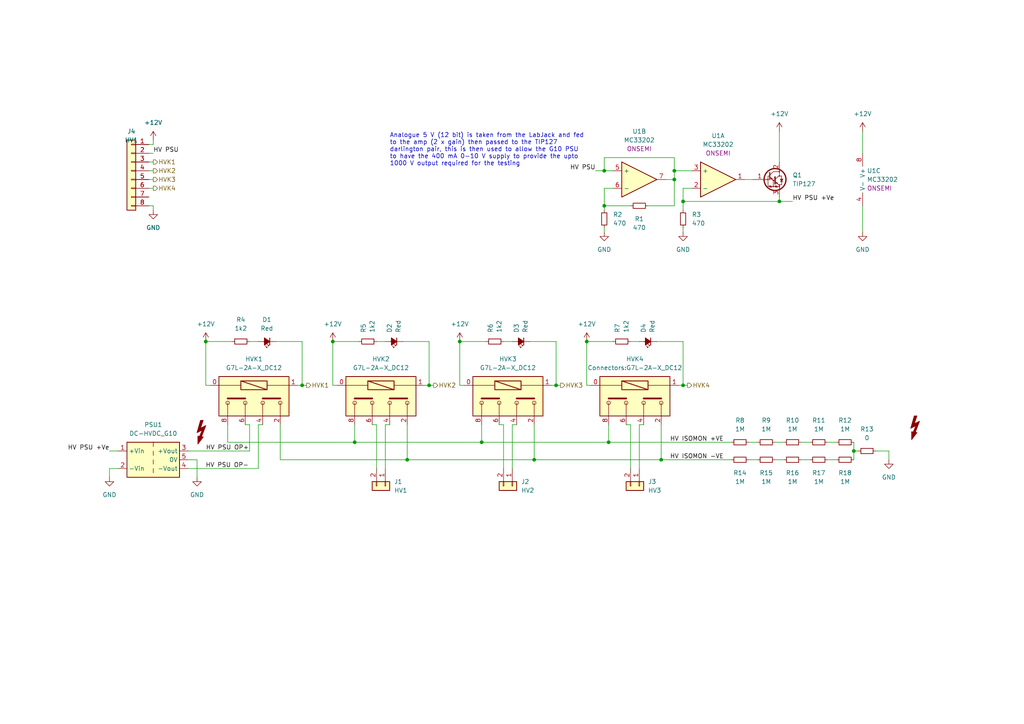
<source format=kicad_sch>
(kicad_sch (version 20211123) (generator eeschema)
  (paper "A4")
  (lib_symbols
    (symbol "Connector_Generic:Conn_01x02" (pin_names (offset 1.016) hide)
      (property "Reference" "J" (at 0 2.54 0))
      (property "Value" "Conn_01x02" (at 0 -5.08 0))
      (symbol "Conn_01x02_1_1"
        (rectangle (start -1.27 -2.413) (end 0 -2.667) (stroke (width 0.1524)))
        (rectangle (start -1.27 0.127) (end 0 -0.127) (stroke (width 0.1524)))
        (rectangle (start -1.27 1.27) (end 1.27 -3.81) (stroke (width 0.254)) (fill (type background)))
        (pin passive line (at -5.08 0 0) (length 3.81) (name "Pin_1") (number "1"))
        (pin passive line (at -5.08 -2.54 0) (length 3.81) (name "Pin_2") (number "2"))
      )
    )
    (symbol "Connector_Generic:Conn_01x08" (pin_names (offset 1.016) hide)
      (property "Reference" "J" (at 0 10.16 0))
      (property "Value" "Conn_01x08" (at 0 -12.7 0))
      (symbol "Conn_01x08_1_1"
        (rectangle (start -1.27 -10.033) (end 0 -10.287) (stroke (width 0.1524)))
        (rectangle (start -1.27 -7.493) (end 0 -7.747) (stroke (width 0.1524)))
        (rectangle (start -1.27 -4.953) (end 0 -5.207) (stroke (width 0.1524)))
        (rectangle (start -1.27 -2.413) (end 0 -2.667) (stroke (width 0.1524)))
        (rectangle (start -1.27 0.127) (end 0 -0.127) (stroke (width 0.1524)))
        (rectangle (start -1.27 2.667) (end 0 2.413) (stroke (width 0.1524)))
        (rectangle (start -1.27 5.207) (end 0 4.953) (stroke (width 0.1524)))
        (rectangle (start -1.27 7.747) (end 0 7.493) (stroke (width 0.1524)))
        (rectangle (start -1.27 8.89) (end 1.27 -11.43) (stroke (width 0.254)) (fill (type background)))
        (pin passive line (at -5.08 7.62 0) (length 3.81) (name "Pin_1") (number "1"))
        (pin passive line (at -5.08 5.08 0) (length 3.81) (name "Pin_2") (number "2"))
        (pin passive line (at -5.08 2.54 0) (length 3.81) (name "Pin_3") (number "3"))
        (pin passive line (at -5.08 0 0) (length 3.81) (name "Pin_4") (number "4"))
        (pin passive line (at -5.08 -2.54 0) (length 3.81) (name "Pin_5") (number "5"))
        (pin passive line (at -5.08 -5.08 0) (length 3.81) (name "Pin_6") (number "6"))
        (pin passive line (at -5.08 -7.62 0) (length 3.81) (name "Pin_7") (number "7"))
        (pin passive line (at -5.08 -10.16 0) (length 3.81) (name "Pin_8") (number "8"))
      )
    )
    (symbol "Device:LED_Small_Filled" (pin_numbers hide) (pin_names (offset 0.254) hide)
      (property "Reference" "D" (at -1.27 3.175 0))
      (property "Value" "LED_Small_Filled" (at -4.445 -2.54 0))
      (symbol "LED_Small_Filled_0_1"
        (polyline (pts (xy -0.762 -1.016) (xy -0.762 1.016)) (stroke (width 0.254)))
        (polyline (pts (xy 1.016 0) (xy -0.762 0)))
        (polyline (pts (xy 0.762 -1.016) (xy -0.762 0) (xy 0.762 1.016) (xy 0.762 -1.016)) (stroke (width 0.254)) (fill (type outline)))
        (polyline (pts (xy 0 0.762) (xy -0.508 1.27) (xy -0.254 1.27) (xy -0.508 1.27) (xy -0.508 1.016)))
        (polyline (pts (xy 0.508 1.27) (xy 0 1.778) (xy 0.254 1.778) (xy 0 1.778) (xy 0 1.524)))
      )
      (symbol "LED_Small_Filled_1_1"
        (pin passive line (at -2.54 0 0) (length 1.778) (name "K") (number "1"))
        (pin passive line (at 2.54 0 180) (length 1.778) (name "A") (number "2"))
      )
    )
    (symbol "Device:R_Small" (pin_numbers hide) (pin_names (offset 0.254) hide)
      (property "Reference" "R" (at 0.762 0.508 0))
      (property "Value" "R_Small" (at 0.762 -1.016 0))
      (symbol "R_Small_0_1"
        (rectangle (start -0.762 1.778) (end 0.762 -1.778) (stroke (width 0.2032)))
      )
      (symbol "R_Small_1_1"
        (pin passive line (at 0 2.54 270) (length 0.762) (name "~") (number "1"))
        (pin passive line (at 0 -2.54 90) (length 0.762) (name "~") (number "2"))
      )
    )
    (symbol "G2RL-2-ADC-DC12:DC-HVDC_G10"
      (property "Reference" "PSU" (at 0 3.81 0))
      (property "Value" "DC-HVDC_G10" (at 0 -10.16 0))
      (symbol "DC-HVDC_G10_0_0"
        (pin power_in line (at -10.16 0 0) (length 2.54) (name "+Vin") (number "1"))
        (pin power_in line (at -10.16 -5.08 0) (length 2.54) (name "-Vin") (number "2"))
        (pin power_out line (at 10.16 0 180) (length 2.54) (name "+Vout") (number "3"))
        (pin power_out line (at 10.16 -5.08 180) (length 2.54) (name "-Vout") (number "4"))
        (pin power_out line (at 10.16 -2.54 180) (length 2.54) (name "0V") (number "5"))
      )
      (symbol "DC-HVDC_G10_0_1"
        (rectangle (start -7.62 2.54) (end 7.62 -7.62) (stroke (width 0.254)) (fill (type background)))
        (polyline (pts (xy 0 -5.08) (xy 0 -6.35)))
        (polyline (pts (xy 0 -2.54) (xy 0 -3.81)))
        (polyline (pts (xy 0 0) (xy 0 -1.27)))
        (polyline (pts (xy 0 2.54) (xy 0 1.27)))
      )
    )
    (symbol "G2RL-2-ADC-DC12:G7L-2A-X_DC12"
      (property "Reference" "HVK" (at 0 11.43 0))
      (property "Value" "G7L-2A-X_DC12" (at 0 8.89 0))
      (symbol "G7L-2A-X_DC12_0_1"
        (rectangle (start -10.16 6.35) (end 10.16 -5.08) (stroke (width 0.254)) (fill (type background)))
        (circle (center -7.62 -1.27) (radius 0.508))
        (rectangle (start -3.81 5.08) (end 3.81 2.54) (stroke (width 0.254)))
        (circle (center -2.54 -1.27) (radius 0.508))
        (polyline (pts (xy -10.16 3.81) (xy -3.81 3.81)))
        (polyline (pts (xy -7.62 -5.08) (xy -7.62 -1.27)))
        (polyline (pts (xy -2.54 -5.08) (xy -2.54 -1.27)))
        (polyline (pts (xy -2.54 0) (xy -7.62 0)) (stroke (width 0.508)))
        (polyline (pts (xy 2.54 -5.08) (xy 2.54 -1.27)))
        (polyline (pts (xy 3.81 2.54) (xy -3.81 5.08)) (stroke (width 0.254)))
        (polyline (pts (xy 7.62 -5.08) (xy 7.62 -1.27)))
        (polyline (pts (xy 7.62 0) (xy 2.54 0)) (stroke (width 0.508)))
        (polyline (pts (xy 10.16 3.81) (xy 3.81 3.81)))
        (circle (center 2.54 -1.27) (radius 0.508))
        (circle (center 7.62 -1.27) (radius 0.508))
      )
      (symbol "G7L-2A-X_DC12_1_1"
        (pin passive line (at -12.7 3.81 0) (length 2.54) (name "~") (number "0"))
        (pin passive line (at 12.7 3.81 180) (length 2.54) (name "~") (number "1"))
        (pin passive line (at 7.62 -7.62 90) (length 2.54) (name "") (number "2"))
        (pin passive line (at 2.54 -7.62 90) (length 2.54) (name "~") (number "4"))
        (pin passive line (at -2.54 -7.62 90) (length 2.54) (name "~") (number "6"))
        (pin passive line (at -7.62 -7.62 90) (length 2.54) (name "") (number "8"))
      )
    )
    (symbol "G2RL-2-ADC-DC12:MC33202"
      (property "Reference" "U" (at 0 5.08 0))
      (property "Value" "MC33202" (at 0 -5.08 0))
      (property "Manufacturer #" "ONSEMI" (at 0 0 0))
      (symbol "MC33202_1_1"
        (polyline (pts (xy -5.08 5.08) (xy 5.08 0) (xy -5.08 -5.08) (xy -5.08 5.08)) (stroke (width 0.254)) (fill (type background)))
        (pin output line (at 7.62 0 180) (length 2.54) (name "~") (number "1"))
        (pin input line (at -7.62 -2.54 0) (length 2.54) (name "-") (number "2"))
        (pin input line (at -7.62 2.54 0) (length 2.54) (name "+") (number "3"))
      )
      (symbol "MC33202_2_1"
        (polyline (pts (xy -5.08 5.08) (xy 5.08 0) (xy -5.08 -5.08) (xy -5.08 5.08)) (stroke (width 0.254)) (fill (type background)))
        (pin input line (at -7.62 2.54 0) (length 2.54) (name "+") (number "5"))
        (pin input line (at -7.62 -2.54 0) (length 2.54) (name "-") (number "6"))
        (pin output line (at 7.62 0 180) (length 2.54) (name "~") (number "7"))
      )
      (symbol "MC33202_3_1"
        (pin power_in line (at -2.54 -7.62 90) (length 3.81) (name "V-") (number "4"))
        (pin power_in line (at -2.54 7.62 270) (length 3.81) (name "V+") (number "8"))
      )
    )
    (symbol "Graphic:SYM_Flash_Small" (pin_names (offset 1.016))
      (symbol "SYM_Flash_Small_0_1"
        (polyline (pts (xy 0.508 -1.016) (xy -1.016 -0.762) (xy -1.016 -3.048) (xy 0.508 -1.016)) (stroke (width 0.2032)) (fill (type outline)))
        (polyline (pts (xy -0.254 3.81) (xy 0.508 3.81) (xy -0.254 1.524) (xy 1.27 2.286) (xy 0 -1.016) (xy -0.508 -0.762) (xy 0.254 1.016) (xy -1.27 0.254) (xy -0.254 3.81)) (stroke (width 0.2032)) (fill (type outline)))
      )
    )
    (symbol "Transistor_BJT:TIP127" (pin_names (offset 0) hide)
      (property "Reference" "Q" (at 5.08 1.905 0))
      (property "Value" "TIP127" (at 5.08 0 0))
      (symbol "TIP127_0_1"
        (circle (center -0.762 0) (radius 0.127))
        (polyline (pts (xy -1.27 0) (xy -0.889 0)))
        (polyline (pts (xy 2.54 -2.032) (xy 2.54 -2.54)))
        (polyline (pts (xy 2.54 -1.524) (xy 3.175 -1.524)))
        (polyline (pts (xy 2.794 -0.635) (xy 3.556 -0.635)))
        (polyline (pts (xy 3.175 -1.524) (xy 3.175 -0.635)))
        (polyline (pts (xy 3.175 0.127) (xy 3.175 1.016)))
        (polyline (pts (xy 3.175 1.016) (xy 2.54 1.016)))
        (polyline (pts (xy -0.254 0.762) (xy 0.762 -0.254) (xy 1.27 -0.254)))
        (polyline (pts (xy -0.254 1.016) (xy -0.762 1.016) (xy -0.762 -2.032)))
        (polyline (pts (xy -0.254 1.27) (xy 0.762 2.286) (xy 2.54 2.286)))
        (polyline (pts (xy -0.254 2.032) (xy -0.254 0) (xy -0.254 0)) (stroke (width 0.3048)))
        (polyline (pts (xy 1.27 0.762) (xy 1.27 -1.27) (xy 1.27 -1.27)) (stroke (width 0.381)))
        (polyline (pts (xy 0 0.508) (xy 0.254 0) (xy 0.508 0.254) (xy 0 0.508)))
        (polyline (pts (xy 1.27 -0.508) (xy 2.286 -1.524) (xy 2.54 -1.524) (xy 2.54 -2.032)))
        (polyline (pts (xy 1.27 0) (xy 2.286 1.016) (xy 2.54 1.016) (xy 2.54 2.286)))
        (polyline (pts (xy 1.524 -0.762) (xy 1.778 -1.27) (xy 2.032 -1.016) (xy 1.524 -0.762)))
        (polyline (pts (xy 3.175 -0.635) (xy 2.794 0.127) (xy 3.556 0.127) (xy 3.175 -0.635)) (fill (type outline)))
        (polyline (pts (xy 0.762 -2.032) (xy 0.381 -2.032) (xy 0.254 -2.286) (xy 0.127 -1.778) (xy 0 -2.286) (xy -0.127 -1.778) (xy -0.254 -2.286) (xy -0.381 -1.778) (xy -0.508 -2.032) (xy -0.762 -2.032)))
        (polyline (pts (xy 0.762 -0.254) (xy 0.762 -2.032) (xy 1.143 -2.032) (xy 1.27 -1.778) (xy 1.397 -2.286) (xy 1.524 -1.778) (xy 1.651 -2.286) (xy 1.778 -1.778) (xy 1.905 -2.286) (xy 2.032 -2.032) (xy 2.54 -2.032)))
        (circle (center 0.762 -2.032) (radius 0.127))
        (circle (center 0.762 -0.254) (radius 0.127))
        (circle (center 1.27 0) (radius 3.175) (stroke (width 0.3556)))
        (circle (center 2.54 -2.032) (radius 0.127))
        (circle (center 2.54 -1.524) (radius 0.127))
        (circle (center 2.54 1.016) (radius 0.127))
        (circle (center 2.54 2.286) (radius 0.127))
      )
      (symbol "TIP127_1_1"
        (pin input line (at -5.08 0 0) (length 3.81) (name "B") (number "1"))
        (pin passive line (at 2.54 5.08 270) (length 2.667) (name "C") (number "2"))
        (pin passive line (at 2.54 -5.08 90) (length 2.54) (name "E") (number "3"))
      )
    )
    (symbol "power:+12V" (power) (pin_names (offset 0))
      (property "Value" "+12V" (at 0 3.556 0))
      (symbol "+12V_0_1"
        (polyline (pts (xy -0.762 1.27) (xy 0 2.54)))
        (polyline (pts (xy 0 0) (xy 0 2.54)))
        (polyline (pts (xy 0 2.54) (xy 0.762 1.27)))
      )
      (symbol "+12V_1_1"
        (pin power_in line (at 0 0 90) (length 0) hide (name "+12V") (number "1"))
      )
    )
    (symbol "power:GND" (power) (pin_names (offset 0))
      (property "Value" "GND" (at 0 -3.81 0))
      (symbol "GND_0_1"
        (polyline (pts (xy 0 0) (xy 0 -1.27) (xy 1.27 -1.27) (xy 0 -2.54) (xy -1.27 -1.27) (xy 0 -1.27)))
      )
      (symbol "GND_1_1"
        (pin power_in line (at 0 0 270) (length 0) hide (name "GND") (number "1"))
      )
    )
  )
  (junction (at 226.06 58.42))
  (junction (at 139.7 128.27))
  (junction (at 247.65 130.81))
  (junction (at 124.46 111.76))
  (junction (at 154.94 133.35))
  (junction (at 96.52 99.06))
  (junction (at 195.58 52.07))
  (junction (at 87.63 111.76))
  (junction (at 175.26 59.69))
  (junction (at 175.26 49.53))
  (junction (at 133.35 99.06))
  (junction (at 102.87 128.27))
  (junction (at 59.69 99.06))
  (junction (at 191.77 133.35))
  (junction (at 195.58 49.53))
  (junction (at 198.12 58.42))
  (junction (at 198.12 111.76))
  (junction (at 176.53 128.27))
  (junction (at 161.29 111.76))
  (junction (at 118.11 133.35))
  (junction (at 170.18 99.06))
  (wire (pts (xy 96.52 99.06) (xy 104.14 99.06)))
  (wire (pts (xy 224.79 133.35) (xy 227.33 133.35)))
  (wire (pts (xy 54.61 133.35) (xy 57.15 133.35)))
  (wire (pts (xy 102.87 123.19) (xy 102.87 128.27)))
  (wire (pts (xy 198.12 66.04) (xy 198.12 67.31)))
  (wire (pts (xy 81.28 133.35) (xy 118.11 133.35)))
  (wire (pts (xy 31.75 135.89) (xy 31.75 138.43)))
  (wire (pts (xy 198.12 58.42) (xy 226.06 58.42)))
  (wire (pts (xy 139.7 128.27) (xy 176.53 128.27)))
  (wire (pts (xy 109.22 135.89) (xy 109.22 123.19)))
  (wire (pts (xy 74.93 99.06) (xy 72.39 99.06)))
  (wire (pts (xy 72.39 123.19) (xy 71.12 123.19)))
  (wire (pts (xy 44.45 59.69) (xy 44.45 60.96)))
  (wire (pts (xy 198.12 58.42) (xy 198.12 60.96)))
  (wire (pts (xy 191.77 123.19) (xy 191.77 133.35)))
  (wire (pts (xy 43.18 59.69) (xy 44.45 59.69)))
  (wire (pts (xy 187.96 59.69) (xy 195.58 59.69)))
  (wire (pts (xy 175.26 59.69) (xy 182.88 59.69)))
  (wire (pts (xy 257.81 130.81) (xy 257.81 133.35)))
  (wire (pts (xy 170.18 111.76) (xy 171.45 111.76)))
  (wire (pts (xy 44.45 41.91) (xy 44.45 40.64)))
  (wire (pts (xy 153.67 99.06) (xy 161.29 99.06)))
  (wire (pts (xy 123.19 111.76) (xy 124.46 111.76)))
  (wire (pts (xy 226.06 58.42) (xy 229.87 58.42)))
  (wire (pts (xy 170.18 99.06) (xy 170.18 111.76)))
  (wire (pts (xy 148.59 135.89) (xy 148.59 123.19)))
  (wire (pts (xy 74.93 135.89) (xy 74.93 123.19)))
  (wire (pts (xy 160.02 111.76) (xy 161.29 111.76)))
  (wire (pts (xy 250.19 59.69) (xy 250.19 67.31)))
  (wire (pts (xy 247.65 130.81) (xy 248.92 130.81)))
  (wire (pts (xy 134.62 111.76) (xy 133.35 111.76)))
  (wire (pts (xy 148.59 123.19) (xy 149.86 123.19)))
  (wire (pts (xy 198.12 99.06) (xy 198.12 111.76)))
  (wire (pts (xy 118.11 123.19) (xy 118.11 133.35)))
  (wire (pts (xy 144.78 123.19) (xy 146.05 123.19)))
  (wire (pts (xy 124.46 111.76) (xy 125.73 111.76)))
  (wire (pts (xy 195.58 49.53) (xy 195.58 52.07)))
  (wire (pts (xy 217.17 128.27) (xy 219.71 128.27)))
  (wire (pts (xy 161.29 111.76) (xy 162.56 111.76)))
  (wire (pts (xy 240.03 128.27) (xy 242.57 128.27)))
  (wire (pts (xy 43.18 49.53) (xy 44.45 49.53)))
  (wire (pts (xy 182.88 135.89) (xy 182.88 123.19)))
  (wire (pts (xy 43.18 52.07) (xy 44.45 52.07)))
  (wire (pts (xy 240.03 133.35) (xy 242.57 133.35)))
  (wire (pts (xy 72.39 130.81) (xy 72.39 123.19)))
  (wire (pts (xy 215.9 52.07) (xy 218.44 52.07)))
  (wire (pts (xy 195.58 45.72) (xy 195.58 49.53)))
  (wire (pts (xy 59.69 111.76) (xy 60.96 111.76)))
  (wire (pts (xy 195.58 49.53) (xy 200.66 49.53)))
  (wire (pts (xy 111.76 123.19) (xy 113.03 123.19)))
  (wire (pts (xy 198.12 54.61) (xy 198.12 58.42)))
  (wire (pts (xy 154.94 133.35) (xy 191.77 133.35)))
  (wire (pts (xy 177.8 49.53) (xy 175.26 49.53)))
  (wire (pts (xy 81.28 123.19) (xy 81.28 133.35)))
  (wire (pts (xy 198.12 111.76) (xy 199.39 111.76)))
  (wire (pts (xy 191.77 133.35) (xy 212.09 133.35)))
  (wire (pts (xy 182.88 99.06) (xy 185.42 99.06)))
  (wire (pts (xy 96.52 111.76) (xy 96.52 99.06)))
  (wire (pts (xy 102.87 128.27) (xy 139.7 128.27)))
  (wire (pts (xy 176.53 128.27) (xy 176.53 123.19)))
  (wire (pts (xy 250.19 38.1) (xy 250.19 44.45)))
  (wire (pts (xy 195.58 52.07) (xy 193.04 52.07)))
  (wire (pts (xy 175.26 45.72) (xy 195.58 45.72)))
  (wire (pts (xy 226.06 38.1) (xy 226.06 46.99)))
  (wire (pts (xy 54.61 135.89) (xy 74.93 135.89)))
  (wire (pts (xy 80.01 99.06) (xy 87.63 99.06)))
  (wire (pts (xy 185.42 123.19) (xy 185.42 135.89)))
  (wire (pts (xy 226.06 58.42) (xy 226.06 57.15)))
  (wire (pts (xy 186.69 123.19) (xy 185.42 123.19)))
  (wire (pts (xy 170.18 99.06) (xy 177.8 99.06)))
  (wire (pts (xy 224.79 128.27) (xy 227.33 128.27)))
  (wire (pts (xy 43.18 54.61) (xy 44.45 54.61)))
  (wire (pts (xy 254 130.81) (xy 257.81 130.81)))
  (wire (pts (xy 232.41 133.35) (xy 234.95 133.35)))
  (wire (pts (xy 118.11 133.35) (xy 154.94 133.35)))
  (wire (pts (xy 190.5 99.06) (xy 198.12 99.06)))
  (wire (pts (xy 59.69 99.06) (xy 67.31 99.06)))
  (wire (pts (xy 172.72 49.53) (xy 175.26 49.53)))
  (wire (pts (xy 43.18 46.99) (xy 44.45 46.99)))
  (wire (pts (xy 175.26 49.53) (xy 175.26 45.72)))
  (wire (pts (xy 66.04 123.19) (xy 66.04 128.27)))
  (wire (pts (xy 182.88 123.19) (xy 181.61 123.19)))
  (wire (pts (xy 146.05 99.06) (xy 148.59 99.06)))
  (wire (pts (xy 109.22 123.19) (xy 107.95 123.19)))
  (wire (pts (xy 200.66 54.61) (xy 198.12 54.61)))
  (wire (pts (xy 74.93 123.19) (xy 76.2 123.19)))
  (wire (pts (xy 176.53 128.27) (xy 212.09 128.27)))
  (wire (pts (xy 97.79 111.76) (xy 96.52 111.76)))
  (wire (pts (xy 43.18 41.91) (xy 44.45 41.91)))
  (wire (pts (xy 175.26 54.61) (xy 175.26 59.69)))
  (wire (pts (xy 111.76 135.89) (xy 111.76 123.19)))
  (wire (pts (xy 87.63 99.06) (xy 87.63 111.76)))
  (wire (pts (xy 177.8 54.61) (xy 175.26 54.61)))
  (wire (pts (xy 154.94 123.19) (xy 154.94 133.35)))
  (wire (pts (xy 124.46 99.06) (xy 124.46 111.76)))
  (wire (pts (xy 34.29 135.89) (xy 31.75 135.89)))
  (wire (pts (xy 133.35 99.06) (xy 133.35 111.76)))
  (wire (pts (xy 196.85 111.76) (xy 198.12 111.76)))
  (wire (pts (xy 217.17 133.35) (xy 219.71 133.35)))
  (wire (pts (xy 109.22 99.06) (xy 111.76 99.06)))
  (wire (pts (xy 59.69 99.06) (xy 59.69 111.76)))
  (wire (pts (xy 161.29 99.06) (xy 161.29 111.76)))
  (wire (pts (xy 66.04 128.27) (xy 102.87 128.27)))
  (wire (pts (xy 175.26 59.69) (xy 175.26 60.96)))
  (wire (pts (xy 87.63 111.76) (xy 88.9 111.76)))
  (wire (pts (xy 116.84 99.06) (xy 124.46 99.06)))
  (wire (pts (xy 146.05 123.19) (xy 146.05 135.89)))
  (wire (pts (xy 133.35 99.06) (xy 140.97 99.06)))
  (wire (pts (xy 86.36 111.76) (xy 87.63 111.76)))
  (wire (pts (xy 247.65 128.27) (xy 247.65 130.81)))
  (wire (pts (xy 31.75 130.81) (xy 34.29 130.81)))
  (wire (pts (xy 247.65 130.81) (xy 247.65 133.35)))
  (wire (pts (xy 139.7 123.19) (xy 139.7 128.27)))
  (wire (pts (xy 195.58 59.69) (xy 195.58 52.07)))
  (wire (pts (xy 54.61 130.81) (xy 72.39 130.81)))
  (wire (pts (xy 175.26 66.04) (xy 175.26 67.31)))
  (wire (pts (xy 232.41 128.27) (xy 234.95 128.27)))
  (wire (pts (xy 57.15 133.35) (xy 57.15 138.43)))
  (wire (pts (xy 43.18 44.45) (xy 44.45 44.45)))
  (text "Analogue 5 V (12 bit) is taken from the LabJack and fed \nto the amp (2 x gain) then passed to the TIP127 \ndarlington pair, this is then used to allow the G10 PSU\nto have the 400 mA 0-10 V supply to provide the upto \n1000 V output required for the testing" (at 113.03 48.26 0) (effects (font (size 1.27 1.27)) (justify left bottom)))
  (label "HV PSU" (at 172.72 49.53 180))
  (label "HV PSU OP-" (at 59.6131 135.89 0))
  (label "HV PSU +Ve" (at 229.87 58.42 0))
  (label "HV ISOMON +VE" (at 194.31 128.27 0))
  (label "HV PSU" (at 44.45 44.45 0))
  (label "HV ISOMON -VE" (at 194.31 133.35 0))
  (label "HV PSU +Ve" (at 31.75 130.81 180))
  (label "HV PSU OP+" (at 59.69 130.81 0))
  (hierarchical_label "HVK2" (shape output) (at 44.45 49.53 0))
  (hierarchical_label "HVK3" (shape output) (at 162.56 111.76 0))
  (hierarchical_label "HVK4" (shape output) (at 44.45 54.61 0))
  (hierarchical_label "HVK3" (shape output) (at 44.45 52.07 0))
  (hierarchical_label "HVK1" (shape output) (at 88.9 111.76 0))
  (hierarchical_label "HVK1" (shape output) (at 44.45 46.99 0))
  (hierarchical_label "HVK4" (shape output) (at 199.39 111.76 0))
  (hierarchical_label "HVK2" (shape output) (at 125.73 111.76 0))
  (symbol (lib_id "G2RL-2-ADC-DC12:G7L-2A-X_DC12") (at 184.15 115.57 0) (unit 1)
    (property "Reference" "HVK4" (at 184.15 104.14 0))
    (property "Value" "Connectors{colon}G7L-2A-X_DC12" (at 184.15 106.68 0))
    (property "Footprint" "Connectors:G7L-2A-X_DC12" (effects hide))
    (property "Datasheet" "https://omronfs.omron.com/en_US/ecb/products/pdf/en-g7l_x.pdf" (effects hide))
    (property "Manufacturer" "Omron" (effects hide))
    (property "Manufacturer Part#" "G7L-2A-X_DC12" (effects hide))
    (property "Digikey #" "Z6085-ND" (effects hide))
  )
  (symbol (lib_id "G2RL-2-ADC-DC12:G7L-2A-X_DC12") (at 73.66 115.57 0) (unit 1)
    (property "Reference" "HVK1" (at 73.66 104.14 0))
    (property "Value" "G7L-2A-X_DC12" (at 73.66 106.68 0))
    (property "Footprint" "Connectors:G7L-2A-X_DC12" (effects hide))
    (property "Datasheet" "https://omronfs.omron.com/en_US/ecb/products/pdf/en-g7l_x.pdf" (effects hide))
    (property "Manufacturer" "Omron" (effects hide))
    (property "Manufacturer Part#" "G7L-2A-X_DC12" (effects hide))
    (property "Digikey #" "Z6085-ND" (effects hide))
  )
  (symbol (lib_id "Connector_Generic:Conn_01x02") (at 148.59 140.97 270) (unit 1)
    (property "Reference" "J2" (at 151.13 139.6999 90) (effects (justify left)))
    (property "Value" "HV2" (at 151.13 142.2399 90) (effects (justify left)))
    (property "Footprint" "Connectors:PhoenixContact 1098167" (effects hide))
  )
  (symbol (lib_id "power:GND") (at 250.19 67.31 0) (unit 1)
    (property "Reference" "#PWR0110" (effects hide))
    (property "Value" "GND" (at 250.19 72.39 0))
  )
  (symbol (lib_id "power:GND") (at 175.26 67.31 0) (unit 1)
    (property "Reference" "#PWR0107" (effects hide))
    (property "Value" "GND" (at 175.26 72.39 0))
  )
  (symbol (lib_id "G2RL-2-ADC-DC12:MC33202") (at 185.42 52.07 0) (unit 2)
    (property "Reference" "U1" (at 185.42 38.1 0))
    (property "Value" "MC33202" (at 185.42 40.64 0))
    (property "Datasheet" "https://www.farnell.com/datasheets/1840548.pdf" (effects hide))
    (property "Manufacturer #" "ONSEMI" (at 185.42 43.18 0))
  )
  (symbol (lib_id "Device:R_Small") (at 106.68 99.06 90) (unit 1)
    (property "Reference" "R5" (at 105.4099 96.52 0) (effects (justify left)))
    (property "Value" "1k2" (at 107.9499 96.52 0) (effects (justify left)))
    (property "Footprint" "Resistor_SMD:R_1206_3216Metric_Pad1.30x1.75mm_HandSolder" (effects hide))
    (property "Datasheet" "https://industrial.panasonic.com/ww/products/pt/general-purpose-chip-resistors/models/ERJ6GEYJ681V" (effects hide))
    (property "DigiKey #" "P680ACT-ND" (effects hide))
    (property "Manufacturer #" "ERJ-6GEYJ681V" (effects hide))
    (property "Manufacturer" "Panasonic Electronics Company" (effects hide))
    (property "Farnell #" "2057697" (effects hide))
  )
  (symbol (lib_id "Device:R_Small") (at 214.63 128.27 90) (unit 1)
    (property "Reference" "R8" (at 214.63 121.92 90))
    (property "Value" "1M" (at 214.63 124.46 90))
    (property "Footprint" "Resistor_SMD:R_2010_5025Metric_Pad1.40x2.65mm_HandSolder" (effects hide))
    (property "Datasheet" "https://4donline.ihs.com/images/VipMasterIC/IC/TYEL/TYEL-S-A0005460475/TYEL-S-A0005460475-1.pdf?hkey=52A5661711E402568146F3353EA87419" (effects hide))
    (property "Field4" "CRGP2010F1M0" (effects hide))
    (property "Field5" "TE Connectivity" (effects hide))
    (property "FN#" "2861314" (effects hide))
  )
  (symbol (lib_id "G2RL-2-ADC-DC12:G7L-2A-X_DC12") (at 147.32 115.57 0) (unit 1)
    (property "Reference" "HVK3" (at 147.32 104.14 0))
    (property "Value" "G7L-2A-X_DC12" (at 147.32 106.68 0))
    (property "Footprint" "Connectors:G7L-2A-X_DC12" (effects hide))
    (property "Datasheet" "https://omronfs.omron.com/en_US/ecb/products/pdf/en-g7l_x.pdf" (effects hide))
    (property "Manufacturer" "Omron" (effects hide))
    (property "Manufacturer Part#" "G7L-2A-X_DC12" (effects hide))
    (property "Digikey #" "Z6085-ND" (effects hide))
  )
  (symbol (lib_id "Device:R_Small") (at 245.11 133.35 90) (unit 1)
    (property "Reference" "R18" (at 245.11 137.16 90))
    (property "Value" "1M" (at 245.11 139.7 90))
    (property "Footprint" "Resistor_SMD:R_2010_5025Metric_Pad1.40x2.65mm_HandSolder" (effects hide))
    (property "Datasheet" "https://4donline.ihs.com/images/VipMasterIC/IC/TYEL/TYEL-S-A0005460475/TYEL-S-A0005460475-1.pdf?hkey=52A5661711E402568146F3353EA87419" (effects hide))
    (property "Field4" "CRGP2010F1M0" (effects hide))
    (property "Field5" "TE Connectivity" (effects hide))
    (property "FN#" "2861314" (effects hide))
  )
  (symbol (lib_id "Connector_Generic:Conn_01x02") (at 185.42 140.97 270) (unit 1)
    (property "Reference" "J3" (at 187.96 139.6999 90) (effects (justify left)))
    (property "Value" "HV3" (at 187.96 142.2399 90) (effects (justify left)))
    (property "Footprint" "Connectors:PhoenixContact 1098167" (effects hide))
  )
  (symbol (lib_id "G2RL-2-ADC-DC12:MC33202") (at 208.28 52.07 0) (unit 1)
    (property "Reference" "U1" (at 208.28 39.37 0))
    (property "Value" "MC33202" (at 208.28 41.91 0))
    (property "Datasheet" "https://www.farnell.com/datasheets/1840548.pdf" (effects hide))
    (property "Manufacturer #" "ONSEMI" (at 208.28 44.45 0))
  )
  (symbol (lib_id "Device:LED_Small_Filled") (at 151.13 99.06 180) (unit 1)
    (property "Reference" "D3" (at 149.7964 96.52 90) (effects (justify right)))
    (property "Value" "Red" (at 152.3364 96.52 90) (effects (justify right)))
    (property "Footprint" "Diode_SMD:D_1206_3216Metric_Pad1.42x1.75mm_HandSolder" (effects hide))
    (property "Datasheet" "https://www.we-online.com/katalog/datasheet/150080VS75000.pdf" (effects hide))
    (property "DigiKey #" "732-4986-1-ND" (effects hide))
    (property "Manufacturer #" "150080VS75000" (effects hide))
    (property "Manufacturer" "Würth Elektronik" (effects hide))
    (property "Farnell #" "2322081" (effects hide))
    (property "Mouser #" "710-150080VS75000" (effects hide))
    (property "RS #" "8154237P" (effects hide))
  )
  (symbol (lib_id "Device:R_Small") (at 237.49 133.35 90) (unit 1)
    (property "Reference" "R17" (at 237.49 137.16 90))
    (property "Value" "1M" (at 237.49 139.7 90))
    (property "Footprint" "Resistor_SMD:R_2010_5025Metric_Pad1.40x2.65mm_HandSolder" (effects hide))
    (property "Datasheet" "https://4donline.ihs.com/images/VipMasterIC/IC/TYEL/TYEL-S-A0005460475/TYEL-S-A0005460475-1.pdf?hkey=52A5661711E402568146F3353EA87419" (effects hide))
    (property "Field4" "CRGP2010F1M0" (effects hide))
    (property "Field5" "TE Connectivity" (effects hide))
    (property "FN#" "2861314" (effects hide))
  )
  (symbol (lib_id "Device:R_Small") (at 69.85 99.06 90) (unit 1)
    (property "Reference" "R4" (at 69.85 92.71 90))
    (property "Value" "1k2" (at 69.85 95.25 90))
    (property "Footprint" "Resistor_SMD:R_1206_3216Metric_Pad1.30x1.75mm_HandSolder" (effects hide))
    (property "Datasheet" "https://industrial.panasonic.com/ww/products/pt/general-purpose-chip-resistors/models/ERJ6GEYJ681V" (effects hide))
    (property "DigiKey #" "P680ACT-ND" (effects hide))
    (property "Manufacturer #" "ERJ-6GEYJ681V" (effects hide))
    (property "Manufacturer" "Panasonic Electronics Company" (effects hide))
    (property "Farnell #" "2057697" (effects hide))
  )
  (symbol (lib_id "Graphic:SYM_Flash_Small") (at 265.43 124.46 0) (unit 1)
    (property "Reference" "#SYM1" (effects hide))
    (property "Value" "SYM_Flash_Small" (effects hide))
    (property "Footprint" "Symbol:Symbol_Highvoltage_Type2_CopperTop_Small" (effects hide))
  )
  (symbol (lib_id "power:GND") (at 31.75 138.43 0) (unit 1)
    (property "Reference" "#PWR0101" (effects hide))
    (property "Value" "GND" (at 31.75 143.51 0))
  )
  (symbol (lib_id "Device:LED_Small_Filled") (at 114.3 99.06 180) (unit 1)
    (property "Reference" "D2" (at 112.9664 96.52 90) (effects (justify right)))
    (property "Value" "Red" (at 115.5064 96.52 90) (effects (justify right)))
    (property "Footprint" "Diode_SMD:D_1206_3216Metric_Pad1.42x1.75mm_HandSolder" (effects hide))
    (property "Datasheet" "https://www.we-online.com/katalog/datasheet/150080VS75000.pdf" (effects hide))
    (property "DigiKey #" "732-4986-1-ND" (effects hide))
    (property "Manufacturer #" "150080VS75000" (effects hide))
    (property "Manufacturer" "Würth Elektronik" (effects hide))
    (property "Farnell #" "2322081" (effects hide))
    (property "Mouser #" "710-150080VS75000" (effects hide))
    (property "RS #" "8154237P" (effects hide))
  )
  (symbol (lib_id "Device:R_Small") (at 198.12 63.5 0) (unit 1)
    (property "Reference" "R3" (at 200.66 62.2299 0) (effects (justify left)))
    (property "Value" "470" (at 200.66 64.7699 0) (effects (justify left)))
    (property "Footprint" "Resistor_SMD:R_1206_3216Metric_Pad1.30x1.75mm_HandSolder" (effects hide))
    (property "Datasheet" "https://industrial.panasonic.com/ww/products/pt/general-purpose-chip-resistors/models/ERJ6GEYJ681V" (effects hide))
    (property "Manufacturer" "Panasonic Electronics Company" (effects hide))
  )
  (symbol (lib_id "Device:R_Small") (at 222.25 128.27 90) (unit 1)
    (property "Reference" "R9" (at 222.25 121.92 90))
    (property "Value" "1M" (at 222.25 124.46 90))
    (property "Footprint" "Resistor_SMD:R_2010_5025Metric_Pad1.40x2.65mm_HandSolder" (effects hide))
    (property "Datasheet" "https://4donline.ihs.com/images/VipMasterIC/IC/TYEL/TYEL-S-A0005460475/TYEL-S-A0005460475-1.pdf?hkey=52A5661711E402568146F3353EA87419" (effects hide))
    (property "Field4" "CRGP2010F1M0" (effects hide))
    (property "Field5" "TE Connectivity" (effects hide))
    (property "FN#" "2861314" (effects hide))
  )
  (symbol (lib_id "Device:R_Small") (at 229.87 128.27 90) (unit 1)
    (property "Reference" "R10" (at 229.87 121.92 90))
    (property "Value" "1M" (at 229.87 124.46 90))
    (property "Footprint" "Resistor_SMD:R_2010_5025Metric_Pad1.40x2.65mm_HandSolder" (effects hide))
    (property "Datasheet" "https://4donline.ihs.com/images/VipMasterIC/IC/TYEL/TYEL-S-A0005460475/TYEL-S-A0005460475-1.pdf?hkey=52A5661711E402568146F3353EA87419" (effects hide))
    (property "Field4" "CRGP2010F1M0" (effects hide))
    (property "Field5" "TE Connectivity" (effects hide))
    (property "FN#" "2861314" (effects hide))
  )
  (symbol (lib_id "Device:R_Small") (at 185.42 59.69 90) (unit 1)
    (property "Reference" "R1" (at 185.42 63.5 90))
    (property "Value" "470" (at 185.42 66.04 90))
    (property "Footprint" "Resistor_SMD:R_1206_3216Metric_Pad1.30x1.75mm_HandSolder" (effects hide))
    (property "Datasheet" "https://industrial.panasonic.com/ww/products/pt/general-purpose-chip-resistors/models/ERJ6GEYJ681V" (effects hide))
    (property "Manufacturer" "Panasonic Electronics Company" (effects hide))
  )
  (symbol (lib_id "power:+12V") (at 226.06 38.1 0) (unit 1)
    (property "Reference" "#PWR0109" (effects hide))
    (property "Value" "+12V" (at 226.06 33.02 0))
  )
  (symbol (lib_id "G2RL-2-ADC-DC12:MC33202") (at 252.73 52.07 0) (unit 3)
    (property "Reference" "U1" (at 251.46 49.5299 0) (effects (justify left)))
    (property "Value" "MC33202" (at 251.46 52.0699 0) (effects (justify left)))
    (property "Datasheet" "https://www.farnell.com/datasheets/1840548.pdf" (effects hide))
    (property "Manufacturer #" "ONSEMI" (at 251.46 54.6099 0) (effects (justify left)))
  )
  (symbol (lib_id "Connector_Generic:Conn_01x02") (at 111.76 140.97 270) (unit 1)
    (property "Reference" "J1" (at 114.3 139.6999 90) (effects (justify left)))
    (property "Value" "HV1" (at 114.3 142.2399 90) (effects (justify left)))
    (property "Footprint" "Connectors:PhoenixContact 1098167" (effects hide))
  )
  (symbol (lib_id "power:+12V") (at 133.35 99.06 0) (unit 1)
    (property "Reference" "#PWR0106" (effects hide))
    (property "Value" "+12V" (at 133.35 93.98 0))
  )
  (symbol (lib_id "Device:R_Small") (at 143.51 99.06 90) (unit 1)
    (property "Reference" "R6" (at 142.2399 96.52 0) (effects (justify left)))
    (property "Value" "1k2" (at 144.7799 96.52 0) (effects (justify left)))
    (property "Footprint" "Resistor_SMD:R_1206_3216Metric_Pad1.30x1.75mm_HandSolder" (effects hide))
    (property "Datasheet" "https://industrial.panasonic.com/ww/products/pt/general-purpose-chip-resistors/models/ERJ6GEYJ681V" (effects hide))
    (property "DigiKey #" "P680ACT-ND" (effects hide))
    (property "Manufacturer #" "ERJ-6GEYJ681V" (effects hide))
    (property "Manufacturer" "Panasonic Electronics Company" (effects hide))
    (property "Farnell #" "2057697" (effects hide))
  )
  (symbol (lib_id "Device:LED_Small_Filled") (at 187.96 99.06 180) (unit 1)
    (property "Reference" "D4" (at 186.6264 96.52 90) (effects (justify right)))
    (property "Value" "Red" (at 189.1664 96.52 90) (effects (justify right)))
    (property "Footprint" "Diode_SMD:D_1206_3216Metric_Pad1.42x1.75mm_HandSolder" (effects hide))
    (property "Datasheet" "https://www.we-online.com/katalog/datasheet/150080VS75000.pdf" (effects hide))
    (property "DigiKey #" "732-4986-1-ND" (effects hide))
    (property "Manufacturer #" "150080VS75000" (effects hide))
    (property "Manufacturer" "Würth Elektronik" (effects hide))
    (property "Farnell #" "2322081" (effects hide))
    (property "Mouser #" "710-150080VS75000" (effects hide))
    (property "RS #" "8154237P" (effects hide))
  )
  (symbol (lib_id "Device:R_Small") (at 251.46 130.81 90) (unit 1)
    (property "Reference" "R13" (at 251.46 124.46 90))
    (property "Value" "0" (at 251.46 127 90))
    (property "Footprint" "Resistor_SMD:R_2010_5025Metric_Pad1.40x2.65mm_HandSolder" (effects hide))
    (property "Datasheet" "https://4donline.ihs.com/images/VipMasterIC/IC/TYEL/TYEL-S-A0005460475/TYEL-S-A0005460475-1.pdf?hkey=52A5661711E402568146F3353EA87419" (effects hide))
    (property "Field4" "CRGP2010F1M0" (effects hide))
    (property "Field5" "TE Connectivity" (effects hide))
    (property "FN#" "2861314" (effects hide))
  )
  (symbol (lib_id "Device:R_Small") (at 229.87 133.35 90) (unit 1)
    (property "Reference" "R16" (at 229.87 137.16 90))
    (property "Value" "1M" (at 229.87 139.7 90))
    (property "Footprint" "Resistor_SMD:R_2010_5025Metric_Pad1.40x2.65mm_HandSolder" (effects hide))
    (property "Datasheet" "https://4donline.ihs.com/images/VipMasterIC/IC/TYEL/TYEL-S-A0005460475/TYEL-S-A0005460475-1.pdf?hkey=52A5661711E402568146F3353EA87419" (effects hide))
    (property "Field4" "CRGP2010F1M0" (effects hide))
    (property "Field5" "TE Connectivity" (effects hide))
    (property "FN#" "2861314" (effects hide))
  )
  (symbol (lib_id "Connector_Generic:Conn_01x08") (at 38.1 49.53 0) (mirror y) (unit 1)
    (property "Reference" "J4" (at 38.1 38.1 0))
    (property "Value" "HV1" (at 38.1 40.64 0))
    (property "Footprint" "Connectors:PhoenixContact 1098167" (effects hide))
  )
  (symbol (lib_id "Device:R_Small") (at 245.11 128.27 90) (unit 1)
    (property "Reference" "R12" (at 245.11 121.92 90))
    (property "Value" "1M" (at 245.11 124.46 90))
    (property "Footprint" "Resistor_SMD:R_2010_5025Metric_Pad1.40x2.65mm_HandSolder" (effects hide))
    (property "Datasheet" "https://4donline.ihs.com/images/VipMasterIC/IC/TYEL/TYEL-S-A0005460475/TYEL-S-A0005460475-1.pdf?hkey=52A5661711E402568146F3353EA87419" (effects hide))
    (property "Field4" "CRGP2010F1M0" (effects hide))
    (property "Field5" "TE Connectivity" (effects hide))
    (property "FN#" "2861314" (effects hide))
  )
  (symbol (lib_id "Device:R_Small") (at 180.34 99.06 90) (unit 1)
    (property "Reference" "R7" (at 179.0699 96.52 0) (effects (justify left)))
    (property "Value" "1k2" (at 181.6099 96.52 0) (effects (justify left)))
    (property "Footprint" "Resistor_SMD:R_1206_3216Metric_Pad1.30x1.75mm_HandSolder" (effects hide))
    (property "Datasheet" "https://industrial.panasonic.com/ww/products/pt/general-purpose-chip-resistors/models/ERJ6GEYJ681V" (effects hide))
    (property "DigiKey #" "P680ACT-ND" (effects hide))
    (property "Manufacturer #" "ERJ-6GEYJ681V" (effects hide))
    (property "Manufacturer" "Panasonic Electronics Company" (effects hide))
    (property "Farnell #" "2057697" (effects hide))
  )
  (symbol (lib_id "power:+12V") (at 44.45 40.64 0) (unit 1)
    (property "Reference" "#PWR0113" (effects hide))
    (property "Value" "+12V" (at 44.45 35.56 0))
  )
  (symbol (lib_id "Device:LED_Small_Filled") (at 77.47 99.06 180) (unit 1)
    (property "Reference" "D1" (at 77.4065 92.71 0))
    (property "Value" "Red" (at 77.4065 95.25 0))
    (property "Footprint" "Diode_SMD:D_1206_3216Metric_Pad1.42x1.75mm_HandSolder" (effects hide))
    (property "Datasheet" "https://www.we-online.com/katalog/datasheet/150080VS75000.pdf" (effects hide))
    (property "DigiKey #" "732-4986-1-ND" (effects hide))
    (property "Manufacturer #" "150080VS75000" (effects hide))
    (property "Manufacturer" "Würth Elektronik" (effects hide))
    (property "Farnell #" "2322081" (effects hide))
    (property "Mouser #" "710-150080VS75000" (effects hide))
    (property "RS #" "8154237P" (effects hide))
  )
  (symbol (lib_id "power:+12V") (at 96.52 99.06 0) (unit 1)
    (property "Reference" "#PWR0103" (effects hide))
    (property "Value" "+12V" (at 96.52 93.98 0))
  )
  (symbol (lib_id "power:+12V") (at 170.18 99.06 0) (unit 1)
    (property "Reference" "#PWR0105" (effects hide))
    (property "Value" "+12V" (at 170.18 93.98 0))
  )
  (symbol (lib_id "Transistor_BJT:TIP127") (at 223.52 52.07 0) (unit 1)
    (property "Reference" "Q1" (at 229.87 50.7999 0) (effects (justify left)))
    (property "Value" "TIP127" (at 229.87 53.3399 0) (effects (justify left)))
    (property "Footprint" "Package_TO_SOT_THT:TO-220-3_Vertical" (effects hide))
    (property "Datasheet" "https://www.onsemi.com/pub/Collateral/TIP120-D.PDF" (effects hide))
  )
  (symbol (lib_id "Device:R_Small") (at 222.25 133.35 90) (unit 1)
    (property "Reference" "R15" (at 222.25 137.16 90))
    (property "Value" "1M" (at 222.25 139.7 90))
    (property "Footprint" "Resistor_SMD:R_2010_5025Metric_Pad1.40x2.65mm_HandSolder" (effects hide))
    (property "Datasheet" "https://4donline.ihs.com/images/VipMasterIC/IC/TYEL/TYEL-S-A0005460475/TYEL-S-A0005460475-1.pdf?hkey=52A5661711E402568146F3353EA87419" (effects hide))
    (property "Field4" "CRGP2010F1M0" (effects hide))
    (property "Field5" "TE Connectivity" (effects hide))
    (property "FN#" "2861314" (effects hide))
  )
  (symbol (lib_id "Device:R_Small") (at 237.49 128.27 90) (unit 1)
    (property "Reference" "R11" (at 237.49 121.92 90))
    (property "Value" "1M" (at 237.49 124.46 90))
    (property "Footprint" "Resistor_SMD:R_2010_5025Metric_Pad1.40x2.65mm_HandSolder" (effects hide))
    (property "Datasheet" "https://4donline.ihs.com/images/VipMasterIC/IC/TYEL/TYEL-S-A0005460475/TYEL-S-A0005460475-1.pdf?hkey=52A5661711E402568146F3353EA87419" (effects hide))
    (property "Field4" "CRGP2010F1M0" (effects hide))
    (property "Field5" "TE Connectivity" (effects hide))
    (property "FN#" "2861314" (effects hide))
  )
  (symbol (lib_id "power:GND") (at 57.15 138.43 0) (unit 1)
    (property "Reference" "#PWR0102" (effects hide))
    (property "Value" "GND" (at 57.15 143.51 0))
  )
  (symbol (lib_id "Device:R_Small") (at 214.63 133.35 90) (unit 1)
    (property "Reference" "R14" (at 214.63 137.16 90))
    (property "Value" "1M" (at 214.63 139.7 90))
    (property "Footprint" "Resistor_SMD:R_2010_5025Metric_Pad1.40x2.65mm_HandSolder" (effects hide))
    (property "Datasheet" "https://4donline.ihs.com/images/VipMasterIC/IC/TYEL/TYEL-S-A0005460475/TYEL-S-A0005460475-1.pdf?hkey=52A5661711E402568146F3353EA87419" (effects hide))
    (property "Field4" "CRGP2010F1M0" (effects hide))
    (property "Field5" "TE Connectivity" (effects hide))
    (property "FN#" "2861314" (effects hide))
  )
  (symbol (lib_id "power:GND") (at 44.45 60.96 0) (unit 1)
    (property "Reference" "#PWR0114" (effects hide))
    (property "Value" "GND" (at 44.45 66.04 0))
  )
  (symbol (lib_id "Device:R_Small") (at 175.26 63.5 0) (unit 1)
    (property "Reference" "R2" (at 177.8 62.2299 0) (effects (justify left)))
    (property "Value" "470" (at 177.8 64.7699 0) (effects (justify left)))
    (property "Footprint" "Resistor_SMD:R_1206_3216Metric_Pad1.30x1.75mm_HandSolder" (effects hide))
    (property "Datasheet" "https://industrial.panasonic.com/ww/products/pt/general-purpose-chip-resistors/models/ERJ6GEYJ681V" (effects hide))
    (property "Manufacturer" "Panasonic Electronics Company" (effects hide))
  )
  (symbol (lib_id "power:GND") (at 257.81 133.35 0) (unit 1)
    (property "Reference" "#PWR0108" (effects hide))
    (property "Value" "GND" (at 257.81 138.43 0))
  )
  (symbol (lib_id "G2RL-2-ADC-DC12:G7L-2A-X_DC12") (at 110.49 115.57 0) (unit 1)
    (property "Reference" "HVK2" (at 110.49 104.14 0))
    (property "Value" "G7L-2A-X_DC12" (at 110.49 106.68 0))
    (property "Footprint" "Connectors:G7L-2A-X_DC12" (effects hide))
    (property "Datasheet" "https://omronfs.omron.com/en_US/ecb/products/pdf/en-g7l_x.pdf" (effects hide))
    (property "Manufacturer" "Omron" (effects hide))
    (property "Manufacturer Part#" "G7L-2A-X_DC12" (effects hide))
    (property "Digikey #" "Z6085-ND" (effects hide))
  )
  (symbol (lib_id "power:GND") (at 198.12 67.31 0) (unit 1)
    (property "Reference" "#PWR0112" (effects hide))
    (property "Value" "GND" (at 198.12 72.39 0))
  )
  (symbol (lib_id "Graphic:SYM_Flash_Small") (at 58.42 125.73 0) (unit 1)
    (property "Reference" "#SYM2" (effects hide))
    (property "Value" "SYM_Flash_Small" (effects hide))
    (property "Footprint" "Symbol:Symbol_Highvoltage_Type2_CopperTop_Small" (effects hide))
  )
  (symbol (lib_id "G2RL-2-ADC-DC12:DC-HVDC_G10") (at 44.45 130.81 0) (unit 1)
    (property "Reference" "PSU1" (at 44.45 123.19 0))
    (property "Value" "DC-HVDC_G10" (at 44.45 125.73 0))
    (property "Footprint" "Connectors:DC-HVDC Converter G10" (effects hide))
    (property "Datasheet" "https://www.farnell.com/datasheets/3210194.pdf" (effects hide))
    (property "Manufacturer" "XP Power" (effects hide))
    (property "Part #" "G10" (effects hide))
    (property "Digikey #" "1470-4011-ND" (effects hide))
    (property "RS #" "136-0451" (effects hide))
    (property "Farnell #" "2748407" (effects hide))
  )
  (symbol (lib_id "power:+12V") (at 250.19 38.1 0) (unit 1)
    (property "Reference" "#PWR0111" (effects hide))
    (property "Value" "+12V" (at 250.19 33.02 0))
  )
  (symbol (lib_id "power:+12V") (at 59.69 99.06 0) (unit 1)
    (property "Reference" "#PWR0104" (effects hide))
    (property "Value" "+12V" (at 59.69 93.98 0))
  )
)
</source>
